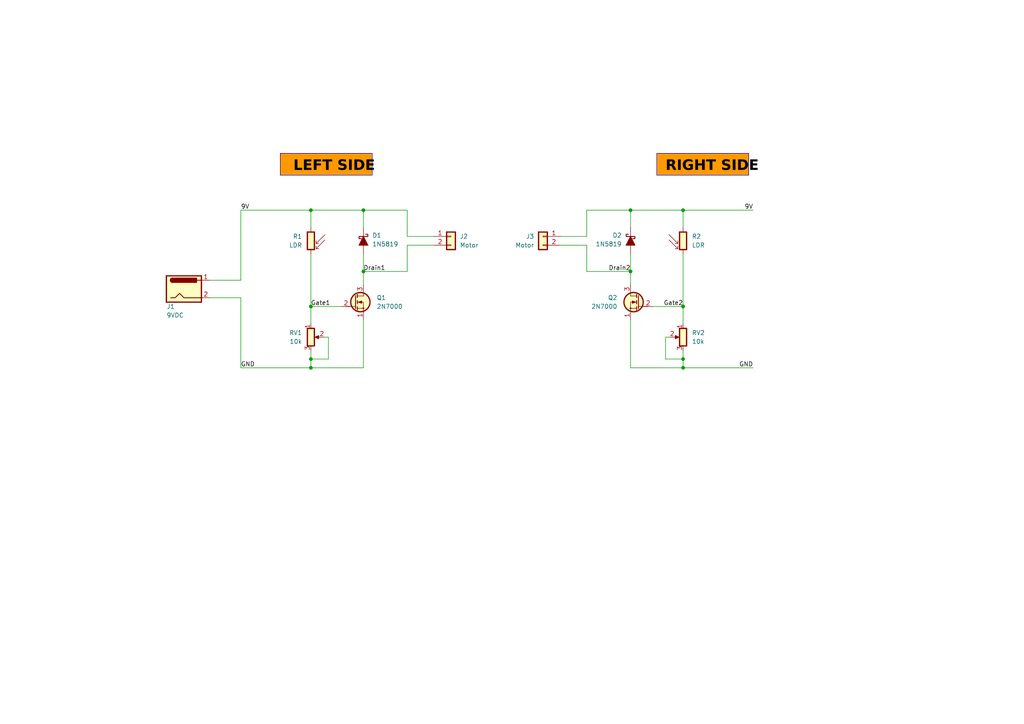
<source format=kicad_sch>
(kicad_sch (version 20230121) (generator eeschema)
  (paper "A4")
  (title_block (title "Light Following Robot") (date "2023-06-20") (rev "v1") (company "Maker's Asylum") (comment 1 "Innovation School project"))
  (lib_symbols
    (symbol "Lib_robot_lf:1N5819" (pin_numbers hide) (pin_names (offset 1.016) hide)
      (property "Reference" "D" (at 0 2.54 0))
      (property "Value" "1N5819" (at 0 -2.54 0))
      (symbol "1N5819_0_1"
        (polyline (pts (xy 1.27 0) (xy -1.27 0)))
        (polyline (pts (xy -1.905 0.635) (xy -1.905 1.27) (xy -1.27 1.27) (xy -1.27 -1.27) (xy -0.635 -1.27) (xy -0.635 -0.635)) (stroke (width 0.254)))
      )
      (symbol "1N5819_1_1"
        (polyline (pts (xy 1.27 1.27) (xy 1.27 -1.27) (xy -1.27 0) (xy 1.27 1.27)) (stroke (width 0.254)) (fill (type outline)))
        (pin passive line (at -3.81 0 0) (length 2.54) (name "K") (number "1"))
        (pin passive line (at 3.81 0 180) (length 2.54) (name "A") (number "2"))
      )
    )
    (symbol "Lib_robot_lf:2N7000" (pin_names hide)
      (property "Reference" "Q" (at 5.08 1.27 0))
      (property "Value" "2N7000" (at 5.08 -1.27 0))
      (symbol "2N7000_0_1"
        (polyline (pts (xy 0.254 -1.27) (xy -2.54 -1.27)))
        (polyline (pts (xy 0.254 1.905) (xy 0.254 -1.905)) (stroke (width 0.254)))
        (polyline (pts (xy 0.762 -1.778) (xy 2.54 -1.778)))
        (polyline (pts (xy 0.762 -1.27) (xy 0.762 -2.286)) (stroke (width 0.254)))
        (polyline (pts (xy 0.762 0.508) (xy 0.762 -0.508)) (stroke (width 0.254)))
        (polyline (pts (xy 0.762 2.286) (xy 0.762 1.27)) (stroke (width 0.254)))
        (polyline (pts (xy 2.54 1.778) (xy 0.762 1.778)))
        (polyline (pts (xy 2.54 2.54) (xy 2.54 1.778)))
        (polyline (pts (xy 2.54 -2.54) (xy 2.54 0) (xy 0.762 0)))
        (polyline (pts (xy 1.016 0) (xy 2.032 0.381) (xy 2.032 -0.381) (xy 1.016 0)) (fill (type outline)))
        (circle (center 2.54 -1.778) (radius 0.1778) (fill (type outline)))
      )
      (symbol "2N7000_1_1"
        (circle (center 1.651 0) (radius 2.794) (stroke (width 0.381)) (fill (type background)))
        (pin passive line (at 2.54 -5.08 90) (length 2.54) (name "S") (number "1"))
        (pin input line (at -3.81 -1.27 0) (length 2.54) (name "G") (number "2"))
        (pin passive line (at 2.54 5.08 270) (length 2.54) (name "D") (number "3"))
      )
    )
    (symbol "Lib_robot_lf:Conn_01x02" (pin_names (offset 1.016) hide)
      (property "Reference" "J" (at 0 2.54 0))
      (property "Value" "Conn_01x02" (at 0 -5.08 0))
      (symbol "Conn_01x02_1_1"
        (rectangle (start -1.27 -2.413) (end 0 -2.667) (stroke (width 0.1524)))
        (rectangle (start -1.27 0.127) (end 0 -0.127) (stroke (width 0.1524)))
        (rectangle (start -1.27 1.27) (end 1.27 -3.81) (stroke (width 0.381)) (fill (type background)))
        (pin passive line (at -5.08 0 0) (length 3.81) (name "Pin_1") (number "1"))
        (pin passive line (at -5.08 -2.54 0) (length 3.81) (name "Pin_2") (number "2"))
      )
    )
    (symbol "Lib_robot_lf:Jack-DC" (pin_names (offset 1.016))
      (property "Reference" "J" (at 0 5.334 0))
      (property "Value" "Jack-DC" (at 0 -5.08 0))
      (symbol "Jack-DC_0_1"
        (arc (start -3.302 3.175) (mid -3.9343 2.54) (end -3.302 1.905) (stroke (width 0.254)))
        (arc (start -3.302 3.175) (mid -3.9343 2.54) (end -3.302 1.905) (stroke (width 0.254)) (fill (type outline)))
        (polyline (pts (xy 5.08 2.54) (xy 3.81 2.54)) (stroke (width 0.254)))
        (polyline (pts (xy -3.81 -2.54) (xy -2.54 -2.54) (xy -1.27 -1.27) (xy 0 -2.54) (xy 2.54 -2.54) (xy 5.08 -2.54)) (stroke (width 0.254)))
        (rectangle (start 3.683 3.175) (end -3.302 1.905) (stroke (width 0.254)) (fill (type outline)))
      )
      (symbol "Jack-DC_1_1"
        (rectangle (start -5.08 3.81) (end 5.08 -3.81) (stroke (width 0.381)) (fill (type background)))
        (pin passive line (at 7.62 2.54 180) (length 2.54) (name "~") (number "1"))
        (pin passive line (at 7.62 -2.54 180) (length 2.54) (name "~") (number "2"))
      )
    )
    (symbol "Lib_robot_lf:R_Photo" (pin_numbers hide) (pin_names (offset 0))
      (property "Reference" "R" (at 1.27 1.27 0))
      (property "Value" "R_Photo" (at 1.27 0 0))
      (symbol "R_Photo_0_1"
        (polyline (pts (xy -1.524 -2.286) (xy -4.064 0.254)))
        (polyline (pts (xy -1.524 -2.286) (xy -2.286 -2.286)))
        (polyline (pts (xy -1.524 -2.286) (xy -1.524 -1.524)))
        (polyline (pts (xy -1.524 -0.762) (xy -4.064 1.778)))
        (polyline (pts (xy -1.524 -0.762) (xy -2.286 -0.762)))
        (polyline (pts (xy -1.524 -0.762) (xy -1.524 0)))
      )
      (symbol "R_Photo_1_1"
        (rectangle (start -1.016 2.54) (end 1.016 -2.54) (stroke (width 0.381)) (fill (type background)))
        (pin passive line (at 0 3.81 270) (length 1.27) (name "~") (number "1"))
        (pin passive line (at 0 -3.81 90) (length 1.27) (name "~") (number "2"))
      )
    )
    (symbol "Lib_robot_lf:R_Potentiometer" (pin_names (offset 1.016) hide)
      (property "Reference" "RV" (at -4.445 0 90))
      (property "Value" "R_Potentiometer" (at -2.54 0 90))
      (symbol "R_Potentiometer_0_1"
        (polyline (pts (xy 2.54 0) (xy 1.524 0)))
        (polyline (pts (xy 1.143 0) (xy 2.286 0.508) (xy 2.286 -0.508) (xy 1.143 0)) (fill (type outline)))
      )
      (symbol "R_Potentiometer_1_1"
        (rectangle (start -1.016 2.54) (end 1.016 -2.54) (stroke (width 0.381)) (fill (type background)))
        (pin passive line (at 0 3.81 270) (length 1.27) (name "1") (number "1"))
        (pin passive line (at 3.81 0 180) (length 1.27) (name "2") (number "2"))
        (pin passive line (at 0 -3.81 90) (length 1.27) (name "3") (number "3"))
      )
    )
  )
  (junction (at 182.88 78.74))
  (junction (at 90.17 88.9))
  (junction (at 198.12 88.9))
  (junction (at 198.12 104.14))
  (junction (at 198.12 60.96))
  (junction (at 90.17 106.68))
  (junction (at 90.17 104.14))
  (junction (at 90.17 60.96))
  (junction (at 105.41 78.74))
  (junction (at 182.88 60.96))
  (junction (at 198.12 106.68))
  (junction (at 105.41 60.96))
  (wire (pts (xy 218.44 106.68) (xy 198.12 106.68)))
  (wire (pts (xy 198.12 88.9) (xy 198.12 93.98)))
  (wire (pts (xy 105.41 106.68) (xy 105.41 92.71)))
  (wire (pts (xy 170.18 68.58) (xy 170.18 60.96)))
  (wire (pts (xy 193.04 97.79) (xy 193.04 104.14)))
  (wire (pts (xy 90.17 101.6) (xy 90.17 104.14)))
  (wire (pts (xy 198.12 60.96) (xy 218.44 60.96)))
  (wire (pts (xy 90.17 104.14) (xy 90.17 106.68)))
  (wire (pts (xy 198.12 88.9) (xy 189.23 88.9)))
  (wire (pts (xy 90.17 88.9) (xy 99.06 88.9)))
  (wire (pts (xy 105.41 60.96) (xy 90.17 60.96)))
  (wire (pts (xy 93.98 97.79) (xy 95.25 97.79)))
  (wire (pts (xy 69.85 60.96) (xy 69.85 81.28)))
  (wire (pts (xy 90.17 88.9) (xy 90.17 93.98)))
  (wire (pts (xy 182.88 66.04) (xy 182.88 60.96)))
  (wire (pts (xy 95.25 104.14) (xy 90.17 104.14)))
  (wire (pts (xy 193.04 104.14) (xy 198.12 104.14)))
  (wire (pts (xy 198.12 60.96) (xy 198.12 66.04)))
  (wire (pts (xy 118.11 71.12) (xy 118.11 78.74)))
  (wire (pts (xy 182.88 78.74) (xy 170.18 78.74)))
  (wire (pts (xy 198.12 73.66) (xy 198.12 88.9)))
  (wire (pts (xy 69.85 81.28) (xy 60.96 81.28)))
  (wire (pts (xy 198.12 106.68) (xy 182.88 106.68)))
  (wire (pts (xy 125.73 68.58) (xy 118.11 68.58)))
  (wire (pts (xy 182.88 78.74) (xy 182.88 82.55)))
  (wire (pts (xy 105.41 66.04) (xy 105.41 60.96)))
  (wire (pts (xy 182.88 73.66) (xy 182.88 78.74)))
  (wire (pts (xy 198.12 104.14) (xy 198.12 106.68)))
  (wire (pts (xy 90.17 60.96) (xy 90.17 66.04)))
  (wire (pts (xy 162.56 71.12) (xy 170.18 71.12)))
  (wire (pts (xy 170.18 71.12) (xy 170.18 78.74)))
  (wire (pts (xy 170.18 60.96) (xy 182.88 60.96)))
  (wire (pts (xy 105.41 73.66) (xy 105.41 78.74)))
  (wire (pts (xy 105.41 78.74) (xy 118.11 78.74)))
  (wire (pts (xy 90.17 60.96) (xy 69.85 60.96)))
  (wire (pts (xy 69.85 106.68) (xy 90.17 106.68)))
  (wire (pts (xy 162.56 68.58) (xy 170.18 68.58)))
  (wire (pts (xy 60.96 86.36) (xy 69.85 86.36)))
  (wire (pts (xy 118.11 68.58) (xy 118.11 60.96)))
  (wire (pts (xy 69.85 86.36) (xy 69.85 106.68)))
  (wire (pts (xy 90.17 73.66) (xy 90.17 88.9)))
  (wire (pts (xy 194.31 97.79) (xy 193.04 97.79)))
  (wire (pts (xy 182.88 60.96) (xy 198.12 60.96)))
  (wire (pts (xy 95.25 97.79) (xy 95.25 104.14)))
  (wire (pts (xy 105.41 78.74) (xy 105.41 82.55)))
  (wire (pts (xy 198.12 101.6) (xy 198.12 104.14)))
  (wire (pts (xy 182.88 106.68) (xy 182.88 92.71)))
  (wire (pts (xy 125.73 71.12) (xy 118.11 71.12)))
  (wire (pts (xy 90.17 106.68) (xy 105.41 106.68)))
  (wire (pts (xy 118.11 60.96) (xy 105.41 60.96)))
  (rectangle (start 190.5 44.45) (end 217.17 50.8) (fill (type color) (color 255 153 0 1)))
  (rectangle (start 81.28 44.45) (end 107.95 50.8) (fill (type color) (color 255 153 0 1)))
  (text "LEFT SIDE" (at 85.09 50.8 0) (effects (font (size 3 3) (thickness 0.4) bold) (justify left bottom)))
  (text "RIGHT SIDE" (at 193.04 50.8 0) (effects (font (size 3 3) (thickness 0.4) bold) (justify left bottom)))
  (label "9V" (at 218.44 60.96 180))
  (label "9V" (at 69.85 60.96 0))
  (label "Gate2" (at 198.12 88.9 180))
  (label "Gate1" (at 90.17 88.9 0))
  (label "Drain2" (at 182.88 78.74 180))
  (label "GND" (at 218.44 106.68 180))
  (label "Drain1" (at 105.41 78.74 0))
  (label "GND" (at 69.85 106.68 0))
  (symbol (lib_id "Lib_robot_lf:Jack-DC") (at 53.34 83.82 0) (unit 1)
    (property "Reference" "J1" (at 49.53 88.9 0))
    (property "Value" "9VDC" (at 50.8 91.44 0))
    (property "Footprint" "Lib_robot_lf:BarrelJack_Horizontal" (effects hide))
  )
  (symbol (lib_id "Lib_robot_lf:R_Photo") (at 198.12 69.85 0) (unit 1)
    (property "Reference" "R2" (at 200.66 68.58 0) (effects (justify left)))
    (property "Value" "LDR" (at 200.66 71.12 0) (effects (justify left)))
    (property "Footprint" "Lib_robot_lf:R_LDR_4.9x4.2mm_P2.54mm_Vertical" (effects hide))
  )
  (symbol (lib_id "Lib_robot_lf:R_Photo") (at 90.17 69.85 0) (mirror y) (unit 1)
    (property "Reference" "R1" (at 87.63 68.58 0) (effects (justify left)))
    (property "Value" "LDR" (at 87.63 71.12 0) (effects (justify left)))
    (property "Footprint" "Lib_robot_lf:R_LDR_4.9x4.2mm_P2.54mm_Vertical" (effects hide))
  )
  (symbol (lib_id "Lib_robot_lf:Conn_01x02") (at 130.81 68.58 0) (unit 1)
    (property "Reference" "J2" (at 133.35 68.58 0) (effects (justify left)))
    (property "Value" "Motor" (at 133.35 71.12 0) (effects (justify left)))
    (property "Footprint" "Lib_robot_lf:PinHeader_1x02_P2.54mm_Vertical" (effects hide))
  )
  (symbol (lib_id "Lib_robot_lf:2N7000") (at 185.42 87.63 0) (mirror y) (unit 1)
    (property "Reference" "Q2" (at 179.07 86.36 0) (effects (justify left)))
    (property "Value" "2N7000" (at 179.07 88.9 0) (effects (justify left)))
    (property "Footprint" "Lib_robot_lf:TO-92" (effects hide))
    (property "Datasheet" "https://www.tme.eu/Document/7df5cae36abdfcedddb681f5be886f05/2N7000.pdf" (effects hide))
  )
  (symbol (lib_id "Lib_robot_lf:1N5819") (at 182.88 69.85 90) (mirror x) (unit 1)
    (property "Reference" "D2" (at 180.34 68.2625 90) (effects (justify left)))
    (property "Value" "1N5819" (at 180.34 70.8025 90) (effects (justify left)))
    (property "Footprint" "Lib_robot_lf:D_DO-41_SOD81_P10.16mm_Horizontal" (effects hide))
    (property "Datasheet" "http://www.vishay.com/docs/88525/1n5817.pdf" (effects hide))
  )
  (symbol (lib_id "Lib_robot_lf:2N7000") (at 102.87 87.63 0) (unit 1)
    (property "Reference" "Q1" (at 109.22 86.36 0) (effects (justify left)))
    (property "Value" "2N7000" (at 109.22 88.9 0) (effects (justify left)))
    (property "Footprint" "Lib_robot_lf:TO-92" (effects hide))
    (property "Datasheet" "https://www.tme.eu/Document/7df5cae36abdfcedddb681f5be886f05/2N7000.pdf" (effects hide))
  )
  (symbol (lib_id "Lib_robot_lf:Conn_01x02") (at 157.48 68.58 0) (mirror y) (unit 1)
    (property "Reference" "J3" (at 154.94 68.58 0) (effects (justify left)))
    (property "Value" "Motor" (at 154.94 71.12 0) (effects (justify left)))
    (property "Footprint" "Lib_robot_lf:PinHeader_1x02_P2.54mm_Vertical" (effects hide))
  )
  (symbol (lib_id "Lib_robot_lf:R_Potentiometer") (at 198.12 97.79 0) (mirror y) (unit 1)
    (property "Reference" "RV2" (at 200.66 96.52 0) (effects (justify right)))
    (property "Value" "10k" (at 200.66 99.06 0) (effects (justify right)))
    (property "Footprint" "Lib_robot_lf:Pot_P160KNPD4FC20B10K" (effects hide))
  )
  (symbol (lib_id "Lib_robot_lf:R_Potentiometer") (at 90.17 97.79 0) (unit 1)
    (property "Reference" "RV1" (at 87.63 96.52 0) (effects (justify right)))
    (property "Value" "10k" (at 87.63 99.06 0) (effects (justify right)))
    (property "Footprint" "Lib_robot_lf:Pot_P160KNPD4FC20B10K" (effects hide))
  )
  (symbol (lib_id "Lib_robot_lf:1N5819") (at 105.41 69.85 270) (unit 1)
    (property "Reference" "D1" (at 107.95 68.2625 90) (effects (justify left)))
    (property "Value" "1N5819" (at 107.95 70.8025 90) (effects (justify left)))
    (property "Footprint" "Lib_robot_lf:D_DO-41_SOD81_P10.16mm_Horizontal" (effects hide))
    (property "Datasheet" "http://www.vishay.com/docs/88525/1n5817.pdf" (effects hide))
  )
)
</source>
